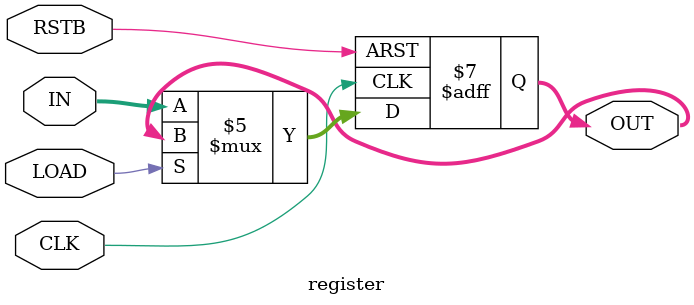
<source format=v>
module register(CLK, RSTB, IN, LOAD, OUT);
    input CLK;
    input RSTB;
    input [3:0]IN;
    input LOAD;
    output reg [3:0]OUT;

    always @(posedge CLK or negedge RSTB)begin
        if(RSTB == 0)begin
            OUT <= 0;
        end else begin
            if(LOAD == 1)begin
                OUT <= OUT;
            end else begin
                OUT <= IN;
            end
        end
    end
endmodule

</source>
